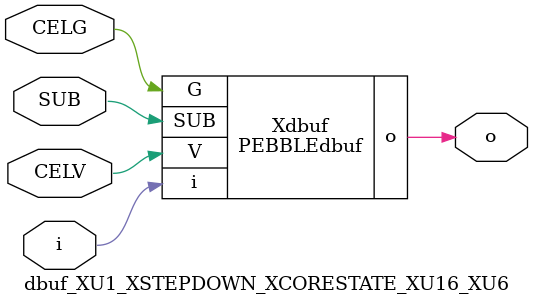
<source format=v>



module PEBBLEdbuf ( o, G, SUB, V, i );

  input V;
  input i;
  input G;
  output o;
  input SUB;
endmodule

//Celera Confidential Do Not Copy dbuf_XU1_XSTEPDOWN_XCORESTATE_XU16_XU6
//Celera Confidential Symbol Generator
//Digital Buffer
module dbuf_XU1_XSTEPDOWN_XCORESTATE_XU16_XU6 (CELV,CELG,i,o,SUB);
input CELV;
input CELG;
input i;
input SUB;
output o;

//Celera Confidential Do Not Copy dbuf
PEBBLEdbuf Xdbuf(
.V (CELV),
.i (i),
.o (o),
.SUB (SUB),
.G (CELG)
);
//,diesize,PEBBLEdbuf

//Celera Confidential Do Not Copy Module End
//Celera Schematic Generator
endmodule

</source>
